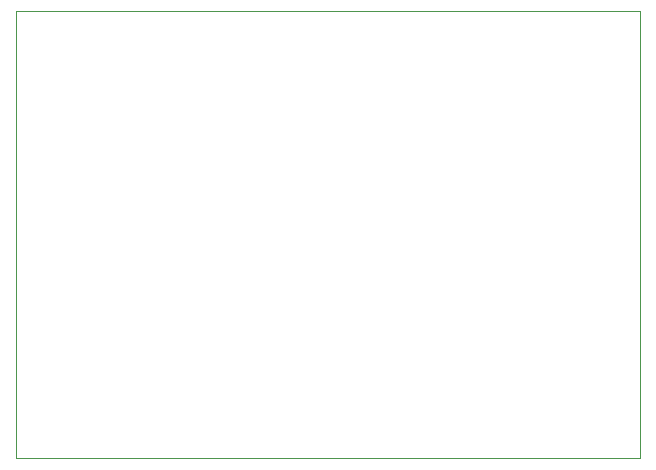
<source format=gbr>
%TF.GenerationSoftware,KiCad,Pcbnew,(6.0.7)*%
%TF.CreationDate,2022-11-01T14:03:11-05:00*%
%TF.ProjectId,Mr_Radar_Kit,4d725f52-6164-4617-925f-4b69742e6b69,rev?*%
%TF.SameCoordinates,Original*%
%TF.FileFunction,Profile,NP*%
%FSLAX46Y46*%
G04 Gerber Fmt 4.6, Leading zero omitted, Abs format (unit mm)*
G04 Created by KiCad (PCBNEW (6.0.7)) date 2022-11-01 14:03:11*
%MOMM*%
%LPD*%
G01*
G04 APERTURE LIST*
%TA.AperFunction,Profile*%
%ADD10C,0.100000*%
%TD*%
G04 APERTURE END LIST*
D10*
X165481000Y-51181000D02*
X165481000Y-89027000D01*
X165481000Y-89027000D02*
X112649000Y-89027000D01*
X112649000Y-89027000D02*
X112649000Y-51181000D01*
X112649000Y-51181000D02*
X165481000Y-51181000D01*
M02*

</source>
